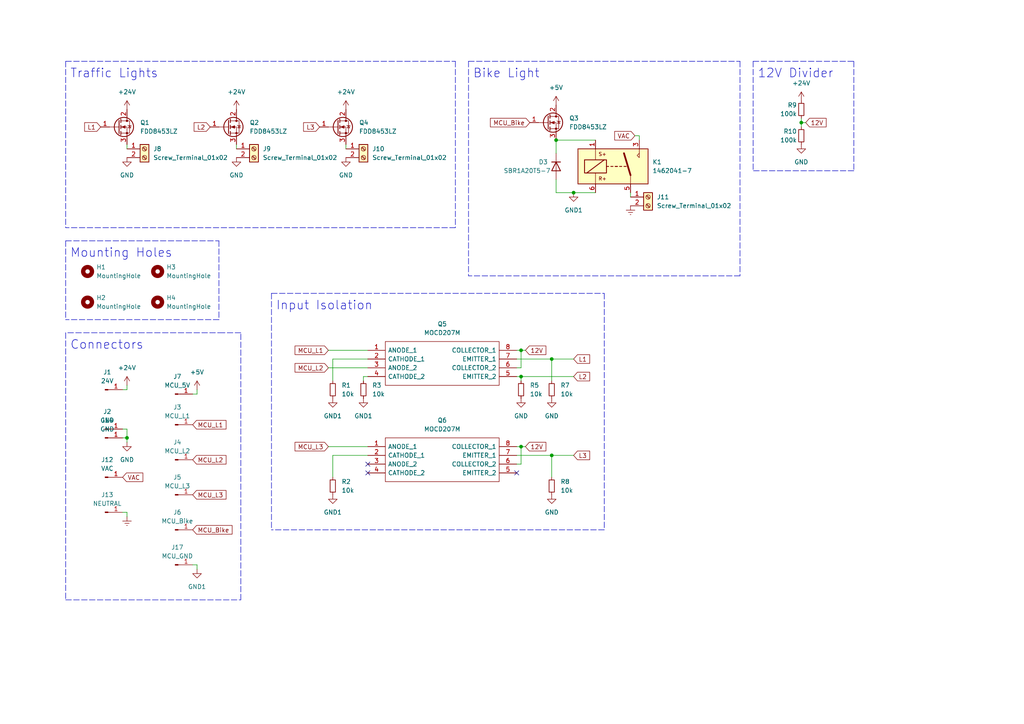
<source format=kicad_sch>
(kicad_sch (version 20211123) (generator eeschema)
  (paper "A4")
  (lib_symbols
    (symbol "Connector:Conn_01x01_Male" (pin_names (offset 1.016) hide)
      (property "Reference" "J" (at 0 2.54 0))
      (property "Value" "Conn_01x01_Male" (at 0 -2.54 0))
      (symbol "Conn_01x01_Male_1_1"
        (polyline (pts (xy 1.27 0) (xy 0.8636 0)) (stroke (width 0.1524)))
        (rectangle (start 0.8636 0.127) (end 0 -0.127) (stroke (width 0.1524)) (fill (type outline)))
        (pin passive line (at 5.08 0 180) (length 3.81) (name "Pin_1") (number "1"))
      )
    )
    (symbol "Connector:Screw_Terminal_01x02" (pin_names (offset 1.016) hide)
      (property "Reference" "J" (at 0 2.54 0))
      (property "Value" "Screw_Terminal_01x02" (at 0 -5.08 0))
      (symbol "Screw_Terminal_01x02_1_1"
        (rectangle (start -1.27 1.27) (end 1.27 -3.81) (stroke (width 0.254)) (fill (type background)))
        (circle (center 0 -2.54) (radius 0.635) (stroke (width 0.1524)))
        (polyline (pts (xy -0.5334 -2.2098) (xy 0.3302 -3.048)) (stroke (width 0.1524)))
        (polyline (pts (xy -0.5334 0.3302) (xy 0.3302 -0.508)) (stroke (width 0.1524)))
        (polyline (pts (xy -0.3556 -2.032) (xy 0.508 -2.8702)) (stroke (width 0.1524)))
        (polyline (pts (xy -0.3556 0.508) (xy 0.508 -0.3302)) (stroke (width 0.1524)))
        (circle (center 0 0) (radius 0.635) (stroke (width 0.1524)))
        (pin passive line (at -5.08 0 0) (length 3.81) (name "Pin_1") (number "1"))
        (pin passive line (at -5.08 -2.54 0) (length 3.81) (name "Pin_2") (number "2"))
      )
    )
    (symbol "Device:D" (pin_numbers hide) (pin_names (offset 1.016) hide)
      (property "Reference" "D" (at 0 2.54 0))
      (property "Value" "D" (at 0 -2.54 0))
      (symbol "D_0_1"
        (polyline (pts (xy -1.27 1.27) (xy -1.27 -1.27)) (stroke (width 0.254)))
        (polyline (pts (xy 1.27 0) (xy -1.27 0)))
        (polyline (pts (xy 1.27 1.27) (xy 1.27 -1.27) (xy -1.27 0) (xy 1.27 1.27)) (stroke (width 0.254)))
      )
      (symbol "D_1_1"
        (pin passive line (at -3.81 0 0) (length 2.54) (name "K") (number "1"))
        (pin passive line (at 3.81 0 180) (length 2.54) (name "A") (number "2"))
      )
    )
    (symbol "Device:R_Small" (pin_numbers hide) (pin_names (offset 0.254) hide)
      (property "Reference" "R" (at 0.762 0.508 0))
      (property "Value" "R_Small" (at 0.762 -1.016 0))
      (symbol "R_Small_0_1"
        (rectangle (start -0.762 1.778) (end 0.762 -1.778) (stroke (width 0.2032)))
      )
      (symbol "R_Small_1_1"
        (pin passive line (at 0 2.54 270) (length 0.762) (name "~") (number "1"))
        (pin passive line (at 0 -2.54 90) (length 0.762) (name "~") (number "2"))
      )
    )
    (symbol "Mechanical:MountingHole" (pin_names (offset 1.016))
      (property "Reference" "H" (at 0 5.08 0))
      (property "Value" "MountingHole" (at 0 3.175 0))
      (symbol "MountingHole_0_1"
        (circle (center 0 0) (radius 1.27) (stroke (width 1.27)))
      )
    )
    (symbol "Relay:ADW11"
      (property "Reference" "K" (at 11.43 3.81 0))
      (property "Value" "ADW11" (at 13.97 1.27 0))
      (symbol "ADW11_1_1"
        (rectangle (start -10.16 5.08) (end 10.16 -5.08) (stroke (width 0.254)) (fill (type background)))
        (rectangle (start -8.255 1.905) (end -1.905 -1.905) (stroke (width 0.254)))
        (polyline (pts (xy -7.62 -1.905) (xy -2.54 1.905)) (stroke (width 0.254)))
        (polyline (pts (xy -5.08 -5.08) (xy -5.08 -1.905)))
        (polyline (pts (xy -5.08 5.08) (xy -5.08 1.905)))
        (polyline (pts (xy -1.905 0) (xy -1.27 0)) (stroke (width 0.254)))
        (polyline (pts (xy -0.635 0) (xy 0 0)) (stroke (width 0.254)))
        (polyline (pts (xy 0.635 0) (xy 1.27 0)) (stroke (width 0.254)))
        (polyline (pts (xy 0.635 0) (xy 1.27 0)) (stroke (width 0.254)))
        (polyline (pts (xy 1.905 0) (xy 2.54 0)) (stroke (width 0.254)))
        (polyline (pts (xy 3.175 0) (xy 3.81 0)) (stroke (width 0.254)))
        (polyline (pts (xy 5.08 -2.54) (xy 3.175 3.81)) (stroke (width 0.508)))
        (polyline (pts (xy 5.08 -2.54) (xy 5.08 -5.08)))
        (polyline (pts (xy 7.62 3.81) (xy 7.62 5.08)))
        (polyline (pts (xy 7.62 3.81) (xy 7.62 2.54) (xy 6.985 3.175) (xy 7.62 3.81)))
        (text "R+" (at -3.048 -3.556 0) (effects (font (size 1.016 1.016))))
        (text "S+" (at -3.048 3.556 0) (effects (font (size 1.016 1.016))))
        (pin passive line (at -5.08 7.62 270) (length 2.54) (name "~") (number "1"))
        (pin passive line (at 7.62 7.62 270) (length 2.54) (name "~") (number "3"))
        (pin passive line (at 5.08 -7.62 90) (length 2.54) (name "~") (number "5"))
        (pin passive line (at -5.08 -7.62 90) (length 2.54) (name "~") (number "6"))
      )
    )
    (symbol "Transistor_FET:BSP89" (pin_names hide)
      (property "Reference" "Q" (at 5.08 1.905 0))
      (property "Value" "BSP89" (at 5.08 0 0))
      (symbol "BSP89_0_1"
        (polyline (pts (xy 0.254 0) (xy -2.54 0)))
        (polyline (pts (xy 0.254 1.905) (xy 0.254 -1.905)) (stroke (width 0.254)))
        (polyline (pts (xy 0.762 -1.27) (xy 0.762 -2.286)) (stroke (width 0.254)))
        (polyline (pts (xy 0.762 0.508) (xy 0.762 -0.508)) (stroke (width 0.254)))
        (polyline (pts (xy 0.762 2.286) (xy 0.762 1.27)) (stroke (width 0.254)))
        (polyline (pts (xy 2.54 2.54) (xy 2.54 1.778)))
        (polyline (pts (xy 2.54 -2.54) (xy 2.54 0) (xy 0.762 0)))
        (polyline (pts (xy 0.762 -1.778) (xy 3.302 -1.778) (xy 3.302 1.778) (xy 0.762 1.778)))
        (polyline (pts (xy 1.016 0) (xy 2.032 0.381) (xy 2.032 -0.381) (xy 1.016 0)) (fill (type outline)))
        (polyline (pts (xy 2.794 0.508) (xy 2.921 0.381) (xy 3.683 0.381) (xy 3.81 0.254)))
        (polyline (pts (xy 3.302 0.381) (xy 2.921 -0.254) (xy 3.683 -0.254) (xy 3.302 0.381)))
        (circle (center 1.651 0) (radius 2.794) (stroke (width 0.254)))
        (circle (center 2.54 -1.778) (radius 0.254) (fill (type outline)))
        (circle (center 2.54 1.778) (radius 0.254) (fill (type outline)))
      )
      (symbol "BSP89_1_1"
        (pin input line (at -5.08 0 0) (length 2.54) (name "G") (number "1"))
        (pin passive line (at 2.54 5.08 270) (length 2.54) (name "D") (number "2"))
        (pin passive line (at 2.54 -5.08 90) (length 2.54) (name "S") (number "3"))
      )
    )
    (symbol "_mine:MOCD207M" (pin_names (offset 0.762))
      (property "Reference" "Q" (at 39.37 7.62 0))
      (property "Value" "MOCD207M" (at 39.37 5.08 0))
      (symbol "MOCD207M_0_0"
        (pin passive line (at 0 0 0) (length 5.08) (name "ANODE_1") (number "1"))
        (pin passive line (at 0 -2.54 0) (length 5.08) (name "CATHODE_1") (number "2"))
        (pin passive line (at 0 -5.08 0) (length 5.08) (name "ANODE_2") (number "3"))
        (pin passive line (at 0 -7.62 0) (length 5.08) (name "CATHODE_2") (number "4"))
        (pin passive line (at 43.18 -7.62 180) (length 5.08) (name "EMITTER_2") (number "5"))
        (pin passive line (at 43.18 -5.08 180) (length 5.08) (name "COLLECTOR_2") (number "6"))
        (pin passive line (at 43.18 -2.54 180) (length 5.08) (name "EMITTER_1") (number "7"))
        (pin passive line (at 43.18 0 180) (length 5.08) (name "COLLECTOR_1") (number "8"))
      )
      (symbol "MOCD207M_0_1"
        (polyline (pts (xy 5.08 2.54) (xy 38.1 2.54) (xy 38.1 -10.16) (xy 5.08 -10.16) (xy 5.08 2.54)) (stroke (width 0.1524)))
      )
    )
    (symbol "power:+24V" (power) (pin_names (offset 0))
      (property "Value" "+24V" (at 0 3.556 0))
      (symbol "+24V_0_1"
        (polyline (pts (xy -0.762 1.27) (xy 0 2.54)))
        (polyline (pts (xy 0 0) (xy 0 2.54)))
        (polyline (pts (xy 0 2.54) (xy 0.762 1.27)))
      )
      (symbol "+24V_1_1"
        (pin power_in line (at 0 0 90) (length 0) hide (name "+24V") (number "1"))
      )
    )
    (symbol "power:+5V" (power) (pin_names (offset 0))
      (property "Value" "+5V" (at 0 3.556 0))
      (symbol "+5V_0_1"
        (polyline (pts (xy -0.762 1.27) (xy 0 2.54)))
        (polyline (pts (xy 0 0) (xy 0 2.54)))
        (polyline (pts (xy 0 2.54) (xy 0.762 1.27)))
      )
      (symbol "+5V_1_1"
        (pin power_in line (at 0 0 90) (length 0) hide (name "+5V") (number "1"))
      )
    )
    (symbol "power:Earth" (power) (pin_names (offset 0))
      (symbol "Earth_0_1"
        (polyline (pts (xy -0.635 -1.905) (xy 0.635 -1.905)))
        (polyline (pts (xy -0.127 -2.54) (xy 0.127 -2.54)))
        (polyline (pts (xy 0 -1.27) (xy 0 0)))
        (polyline (pts (xy 1.27 -1.27) (xy -1.27 -1.27)))
      )
      (symbol "Earth_1_1"
        (pin power_in line (at 0 0 270) (length 0) hide (name "Earth") (number "1"))
      )
    )
    (symbol "power:GND" (power) (pin_names (offset 0))
      (property "Value" "GND" (at 0 -3.81 0))
      (symbol "GND_0_1"
        (polyline (pts (xy 0 0) (xy 0 -1.27) (xy 1.27 -1.27) (xy 0 -2.54) (xy -1.27 -1.27) (xy 0 -1.27)))
      )
      (symbol "GND_1_1"
        (pin power_in line (at 0 0 270) (length 0) hide (name "GND") (number "1"))
      )
    )
    (symbol "power:GND1" (power) (pin_names (offset 0))
      (property "Value" "GND1" (at 0 -3.81 0))
      (symbol "GND1_0_1"
        (polyline (pts (xy 0 0) (xy 0 -1.27) (xy 1.27 -1.27) (xy 0 -2.54) (xy -1.27 -1.27) (xy 0 -1.27)))
      )
      (symbol "GND1_1_1"
        (pin power_in line (at 0 0 270) (length 0) hide (name "GND1") (number "1"))
      )
    )
  )
  (junction (at 160.02 104.14))
  (junction (at 160.02 132.08))
  (junction (at 151.13 129.54))
  (junction (at 151.13 101.6))
  (junction (at 166.37 55.88))
  (junction (at 161.29 40.64))
  (junction (at 36.83 127))
  (junction (at 232.41 35.56))
  (junction (at 151.13 109.22))
  (no_connect (at 106.68 137.16))
  (no_connect (at 149.86 137.16))
  (no_connect (at 106.68 134.62))
  (wire (pts (xy 182.88 55.88) (xy 182.88 57.15)))
  (wire (pts (xy 36.83 127) (xy 36.83 128.27)))
  (wire (pts (xy 151.13 101.6) (xy 149.86 101.6)))
  (polyline (pts (xy 247.65 49.53) (xy 218.44 49.53)))
  (polyline (pts (xy 132.08 66.04) (xy 19.05 66.04)))
  (wire (pts (xy 95.25 129.54) (xy 106.68 129.54)))
  (wire (pts (xy 106.68 109.22) (xy 105.41 109.22)))
  (wire (pts (xy 35.56 127) (xy 36.83 127)))
  (wire (pts (xy 151.13 109.22) (xy 151.13 110.49)))
  (wire (pts (xy 149.86 109.22) (xy 151.13 109.22)))
  (polyline (pts (xy 19.05 17.78) (xy 19.05 66.04)))
  (polyline (pts (xy 78.74 85.09) (xy 175.26 85.09)))
  (wire (pts (xy 151.13 101.6) (xy 151.13 106.68)))
  (wire (pts (xy 149.86 132.08) (xy 160.02 132.08)))
  (polyline (pts (xy 19.05 173.99) (xy 69.85 173.99)))
  (wire (pts (xy 160.02 132.08) (xy 160.02 138.43)))
  (wire (pts (xy 57.15 113.03) (xy 57.15 114.3)))
  (wire (pts (xy 35.56 148.59) (xy 36.83 148.59)))
  (wire (pts (xy 96.52 132.08) (xy 96.52 138.43)))
  (wire (pts (xy 35.56 113.03) (xy 36.83 113.03)))
  (polyline (pts (xy 63.5 69.85) (xy 63.5 92.71)))
  (polyline (pts (xy 69.85 173.99) (xy 69.85 96.52)))
  (wire (pts (xy 184.15 39.37) (xy 185.42 39.37)))
  (wire (pts (xy 152.4 129.54) (xy 151.13 129.54)))
  (polyline (pts (xy 218.44 17.78) (xy 218.44 49.53)))
  (wire (pts (xy 95.25 101.6) (xy 106.68 101.6)))
  (wire (pts (xy 232.41 35.56) (xy 232.41 36.83)))
  (polyline (pts (xy 19.05 69.85) (xy 19.05 92.71)))
  (wire (pts (xy 106.68 132.08) (xy 96.52 132.08)))
  (wire (pts (xy 36.83 124.46) (xy 36.83 127)))
  (wire (pts (xy 55.88 163.83) (xy 57.15 163.83)))
  (polyline (pts (xy 214.63 17.78) (xy 214.63 80.01)))
  (wire (pts (xy 152.4 101.6) (xy 151.13 101.6)))
  (wire (pts (xy 149.86 134.62) (xy 151.13 134.62)))
  (polyline (pts (xy 132.08 17.78) (xy 132.08 66.04)))
  (wire (pts (xy 161.29 52.07) (xy 161.29 55.88)))
  (wire (pts (xy 160.02 132.08) (xy 166.37 132.08)))
  (wire (pts (xy 100.33 41.91) (xy 100.33 43.18)))
  (polyline (pts (xy 64.77 96.52) (xy 19.05 96.52)))
  (wire (pts (xy 36.83 148.59) (xy 36.83 149.86)))
  (polyline (pts (xy 247.65 17.78) (xy 247.65 49.53)))
  (wire (pts (xy 161.29 55.88) (xy 166.37 55.88)))
  (wire (pts (xy 106.68 104.14) (xy 96.52 104.14)))
  (wire (pts (xy 149.86 106.68) (xy 151.13 106.68)))
  (wire (pts (xy 160.02 104.14) (xy 166.37 104.14)))
  (polyline (pts (xy 175.26 153.67) (xy 78.74 153.67)))
  (polyline (pts (xy 175.26 85.09) (xy 175.26 153.67)))
  (polyline (pts (xy 19.05 17.78) (xy 132.08 17.78)))
  (wire (pts (xy 36.83 41.91) (xy 36.83 43.18)))
  (wire (pts (xy 68.58 41.91) (xy 68.58 43.18)))
  (polyline (pts (xy 19.05 96.52) (xy 19.05 173.99)))
  (wire (pts (xy 57.15 114.3) (xy 55.88 114.3)))
  (wire (pts (xy 151.13 129.54) (xy 151.13 134.62)))
  (polyline (pts (xy 78.74 85.09) (xy 78.74 153.67)))
  (wire (pts (xy 149.86 104.14) (xy 160.02 104.14)))
  (polyline (pts (xy 218.44 17.78) (xy 247.65 17.78)))
  (wire (pts (xy 160.02 104.14) (xy 160.02 110.49)))
  (wire (pts (xy 161.29 40.64) (xy 172.72 40.64)))
  (wire (pts (xy 105.41 109.22) (xy 105.41 110.49)))
  (polyline (pts (xy 69.85 96.52) (xy 64.77 96.52)))
  (wire (pts (xy 185.42 39.37) (xy 185.42 40.64)))
  (polyline (pts (xy 19.05 69.85) (xy 63.5 69.85)))
  (polyline (pts (xy 63.5 92.71) (xy 19.05 92.71)))
  (wire (pts (xy 96.52 104.14) (xy 96.52 110.49)))
  (wire (pts (xy 95.25 106.68) (xy 106.68 106.68)))
  (polyline (pts (xy 214.63 80.01) (xy 135.89 80.01)))
  (wire (pts (xy 57.15 163.83) (xy 57.15 165.1)))
  (wire (pts (xy 232.41 34.29) (xy 232.41 35.56)))
  (polyline (pts (xy 135.89 17.78) (xy 135.89 80.01)))
  (wire (pts (xy 166.37 55.88) (xy 172.72 55.88)))
  (wire (pts (xy 35.56 124.46) (xy 36.83 124.46)))
  (wire (pts (xy 151.13 109.22) (xy 166.37 109.22)))
  (wire (pts (xy 161.29 40.64) (xy 161.29 44.45)))
  (polyline (pts (xy 135.89 17.78) (xy 214.63 17.78)))
  (wire (pts (xy 36.83 113.03) (xy 36.83 111.76)))
  (wire (pts (xy 232.41 35.56) (xy 233.68 35.56)))
  (wire (pts (xy 151.13 129.54) (xy 149.86 129.54)))
  (text "Input Isolation" (at 80.01 90.17 0) (effects (font (size 2.54 2.54)) (justify left bottom)))
  (text "Mounting Holes" (at 20.32 74.93 0) (effects (font (size 2.54 2.54)) (justify left bottom)))
  (text "Connectors" (at 20.32 101.6 0) (effects (font (size 2.54 2.54)) (justify left bottom)))
  (text "Bike Light" (at 137.16 22.86 0) (effects (font (size 2.54 2.54)) (justify left bottom)))
  (text "12V Divider" (at 219.71 22.86 0) (effects (font (size 2.54 2.54)) (justify left bottom)))
  (text "Traffic Lights" (at 20.32 22.86 0) (effects (font (size 2.54 2.54)) (justify left bottom)))
  (global_label "VAC" (shape input) (at 184.15 39.37 180) (property "Intersheet References" "${INTERSHEET_REFS}" (effects hide)))
  (global_label "MCU_L1" (shape input) (at 95.25 101.6 180) (property "Intersheet References" "${INTERSHEET_REFS}" (effects hide)))
  (global_label "MCU_L3" (shape input) (at 95.25 129.54 180) (property "Intersheet References" "${INTERSHEET_REFS}" (effects hide)))
  (global_label "L1" (shape input) (at 29.21 36.83 180) (property "Intersheet References" "${INTERSHEET_REFS}" (effects hide)))
  (global_label "MCU_Bike" (shape input) (at 153.67 35.56 180) (property "Intersheet References" "${INTERSHEET_REFS}" (effects hide)))
  (global_label "MCU_Bike" (shape input) (at 55.88 153.67 0) (property "Intersheet References" "${INTERSHEET_REFS}" (effects hide)))
  (global_label "L2" (shape input) (at 166.37 109.22 0) (property "Intersheet References" "${INTERSHEET_REFS}" (effects hide)))
  (global_label "12V" (shape input) (at 152.4 101.6 0) (property "Intersheet References" "${INTERSHEET_REFS}" (effects hide)))
  (global_label "12V" (shape input) (at 233.68 35.56 0) (property "Intersheet References" "${INTERSHEET_REFS}" (effects hide)))
  (global_label "L3" (shape input) (at 92.71 36.83 180) (property "Intersheet References" "${INTERSHEET_REFS}" (effects hide)))
  (global_label "MCU_L3" (shape input) (at 55.88 143.51 0) (property "Intersheet References" "${INTERSHEET_REFS}" (effects hide)))
  (global_label "MCU_L1" (shape input) (at 55.88 123.19 0) (property "Intersheet References" "${INTERSHEET_REFS}" (effects hide)))
  (global_label "L2" (shape input) (at 60.96 36.83 180) (property "Intersheet References" "${INTERSHEET_REFS}" (effects hide)))
  (global_label "MCU_L2" (shape input) (at 55.88 133.35 0) (property "Intersheet References" "${INTERSHEET_REFS}" (effects hide)))
  (global_label "L3" (shape input) (at 166.37 132.08 0) (property "Intersheet References" "${INTERSHEET_REFS}" (effects hide)))
  (global_label "MCU_L2" (shape input) (at 95.25 106.68 180) (property "Intersheet References" "${INTERSHEET_REFS}" (effects hide)))
  (global_label "L1" (shape input) (at 166.37 104.14 0) (property "Intersheet References" "${INTERSHEET_REFS}" (effects hide)))
  (global_label "VAC" (shape input) (at 35.56 138.43 0) (property "Intersheet References" "${INTERSHEET_REFS}" (effects hide)))
  (global_label "12V" (shape input) (at 152.4 129.54 0) (property "Intersheet References" "${INTERSHEET_REFS}" (effects hide)))
  (symbol (lib_id "power:+24V") (at 100.33 31.75 0) (unit 1)
    (property "Reference" "#PWR07" (effects hide))
    (property "Value" "+24V" (at 100.33 26.67 0))
  )
  (symbol (lib_id "Mechanical:MountingHole") (at 25.4 78.74 0) (unit 1)
    (property "Reference" "H1" (at 27.94 77.4699 0) (effects (justify left)))
    (property "Value" "MountingHole" (at 27.94 80.0099 0) (effects (justify left)))
    (property "Footprint" "MountingHole:MountingHole_3.5mm" (effects hide))
  )
  (symbol (lib_id "power:+24V") (at 68.58 31.75 0) (unit 1)
    (property "Reference" "#PWR03" (effects hide))
    (property "Value" "+24V" (at 68.58 26.67 0))
  )
  (symbol (lib_id "power:GND1") (at 96.52 115.57 0) (unit 1)
    (property "Reference" "#PWR0102" (effects hide))
    (property "Value" "GND1" (at 96.52 120.65 0))
  )
  (symbol (lib_id "power:+5V") (at 161.29 30.48 0) (unit 1)
    (property "Reference" "#PWR05" (effects hide))
    (property "Value" "+5V" (at 161.29 25.4 0))
  )
  (symbol (lib_id "power:GND1") (at 57.15 165.1 0) (unit 1)
    (property "Reference" "#PWR010" (effects hide))
    (property "Value" "GND1" (at 57.15 170.18 0))
  )
  (symbol (lib_id "Transistor_FET:BSP89") (at 66.04 36.83 0) (unit 1)
    (property "Reference" "Q2" (at 72.39 35.5599 0) (effects (justify left)))
    (property "Value" "FDD8453LZ" (at 72.39 38.0999 0) (effects (justify left)))
    (property "Footprint" "Package_TO_SOT_SMD:TO-252-2" (effects hide))
    (property "Datasheet" "https://www.infineon.com/dgdl/Infineon-BSP89-DS-v02_02-en.pdf?fileId=db3a30433b47825b013b4b8a07f90d55" (effects hide))
  )
  (symbol (lib_id "Connector:Conn_01x01_Male") (at 50.8 153.67 0) (unit 1)
    (property "Reference" "J6" (at 51.435 148.59 0))
    (property "Value" "MCU_Bike" (at 51.435 151.13 0))
    (property "Footprint" "Connector_PinHeader_2.54mm:PinHeader_1x01_P2.54mm_Vertical" (effects hide))
  )
  (symbol (lib_id "power:GND1") (at 96.52 143.51 0) (unit 1)
    (property "Reference" "#PWR0101" (effects hide))
    (property "Value" "GND1" (at 96.52 148.59 0))
  )
  (symbol (lib_id "power:GND") (at 36.83 45.72 0) (unit 1)
    (property "Reference" "#PWR02" (effects hide))
    (property "Value" "GND" (at 36.83 50.8 0))
  )
  (symbol (lib_id "power:Earth") (at 182.88 59.69 0) (unit 1)
    (property "Reference" "#PWR018" (effects hide))
    (property "Value" "Earth" (effects hide))
  )
  (symbol (lib_id "Connector:Conn_01x01_Male") (at 30.48 138.43 0) (unit 1)
    (property "Reference" "J12" (at 31.115 133.35 0))
    (property "Value" "VAC" (at 31.115 135.89 0))
    (property "Footprint" "Connector_PinHeader_2.54mm:PinHeader_1x01_P2.54mm_Vertical" (effects hide))
  )
  (symbol (lib_id "power:GND1") (at 166.37 55.88 0) (unit 1)
    (property "Reference" "#PWR06" (effects hide))
    (property "Value" "GND1" (at 166.37 60.96 0))
  )
  (symbol (lib_id "power:GND") (at 100.33 45.72 0) (unit 1)
    (property "Reference" "#PWR08" (effects hide))
    (property "Value" "GND" (at 100.33 50.8 0))
  )
  (symbol (lib_id "Transistor_FET:BSP89") (at 158.75 35.56 0) (unit 1)
    (property "Reference" "Q3" (at 165.1 34.2899 0) (effects (justify left)))
    (property "Value" "FDD8453LZ" (at 165.1 36.8299 0) (effects (justify left)))
    (property "Footprint" "Package_TO_SOT_SMD:TO-252-2" (effects hide))
    (property "Datasheet" "https://www.infineon.com/dgdl/Infineon-BSP89-DS-v02_02-en.pdf?fileId=db3a30433b47825b013b4b8a07f90d55" (effects hide))
  )
  (symbol (lib_id "Connector:Conn_01x01_Male") (at 30.48 124.46 0) (unit 1)
    (property "Reference" "J2" (at 31.115 119.38 0))
    (property "Value" "GND" (at 31.115 121.92 0))
    (property "Footprint" "Connector_PinHeader_2.54mm:PinHeader_1x01_P2.54mm_Vertical" (effects hide))
  )
  (symbol (lib_id "Device:R_Small") (at 160.02 113.03 0) (unit 1)
    (property "Reference" "R7" (at 162.56 111.7599 0) (effects (justify left)))
    (property "Value" "10k" (at 162.56 114.2999 0) (effects (justify left)))
    (property "Footprint" "Resistor_SMD:R_0805_2012Metric" (effects hide))
  )
  (symbol (lib_id "Connector:Conn_01x01_Male") (at 50.8 163.83 0) (unit 1)
    (property "Reference" "J17" (at 51.435 158.75 0))
    (property "Value" "MCU_GND" (at 51.435 161.29 0))
    (property "Footprint" "Connector_PinHeader_2.54mm:PinHeader_1x01_P2.54mm_Vertical" (effects hide))
  )
  (symbol (lib_id "Device:R_Small") (at 160.02 140.97 0) (unit 1)
    (property "Reference" "R8" (at 162.56 139.6999 0) (effects (justify left)))
    (property "Value" "10k" (at 162.56 142.2399 0) (effects (justify left)))
    (property "Footprint" "Resistor_SMD:R_0805_2012Metric" (effects hide))
  )
  (symbol (lib_id "Connector:Conn_01x01_Male") (at 30.48 113.03 0) (unit 1)
    (property "Reference" "J1" (at 31.115 107.95 0))
    (property "Value" "24V" (at 31.115 110.49 0))
    (property "Footprint" "Connector_PinHeader_2.54mm:PinHeader_1x01_P2.54mm_Vertical" (effects hide))
  )
  (symbol (lib_id "power:GND") (at 36.83 128.27 0) (unit 1)
    (property "Reference" "#PWR013" (effects hide))
    (property "Value" "GND" (at 36.83 133.35 0))
  )
  (symbol (lib_id "Connector:Conn_01x01_Male") (at 30.48 148.59 0) (unit 1)
    (property "Reference" "J13" (at 31.115 143.51 0))
    (property "Value" "NEUTRAL" (at 31.115 146.05 0))
    (property "Footprint" "Connector_PinHeader_2.54mm:PinHeader_1x01_P2.54mm_Vertical" (effects hide))
  )
  (symbol (lib_id "power:+24V") (at 36.83 111.76 0) (unit 1)
    (property "Reference" "#PWR011" (effects hide))
    (property "Value" "+24V" (at 36.83 106.68 0))
  )
  (symbol (lib_id "Device:R_Small") (at 105.41 113.03 0) (unit 1)
    (property "Reference" "R3" (at 107.95 111.7599 0) (effects (justify left)))
    (property "Value" "10k" (at 107.95 114.2999 0) (effects (justify left)))
    (property "Footprint" "Resistor_SMD:R_0805_2012Metric" (effects hide))
  )
  (symbol (lib_id "Transistor_FET:BSP89") (at 97.79 36.83 0) (unit 1)
    (property "Reference" "Q4" (at 104.14 35.5599 0) (effects (justify left)))
    (property "Value" "FDD8453LZ" (at 104.14 38.0999 0) (effects (justify left)))
    (property "Footprint" "Package_TO_SOT_SMD:TO-252-2" (effects hide))
    (property "Datasheet" "https://www.infineon.com/dgdl/Infineon-BSP89-DS-v02_02-en.pdf?fileId=db3a30433b47825b013b4b8a07f90d55" (effects hide))
  )
  (symbol (lib_id "Connector:Conn_01x01_Male") (at 50.8 123.19 0) (unit 1)
    (property "Reference" "J3" (at 51.435 118.11 0))
    (property "Value" "MCU_L1" (at 51.435 120.65 0))
    (property "Footprint" "Connector_PinHeader_2.54mm:PinHeader_1x01_P2.54mm_Vertical" (effects hide))
  )
  (symbol (lib_id "Device:R_Small") (at 96.52 113.03 0) (unit 1)
    (property "Reference" "R1" (at 99.06 111.7599 0) (effects (justify left)))
    (property "Value" "10k" (at 99.06 114.2999 0) (effects (justify left)))
    (property "Footprint" "Resistor_SMD:R_0805_2012Metric" (effects hide))
  )
  (symbol (lib_id "Connector:Screw_Terminal_01x02") (at 187.96 57.15 0) (unit 1)
    (property "Reference" "J11" (at 190.5 57.1499 0) (effects (justify left)))
    (property "Value" "Screw_Terminal_01x02" (at 190.5 59.6899 0) (effects (justify left)))
    (property "Footprint" "TerminalBlock:TerminalBlock_Altech_AK300-2_P5.00mm" (effects hide))
  )
  (symbol (lib_id "power:GND") (at 160.02 143.51 0) (unit 1)
    (property "Reference" "#PWR022" (effects hide))
    (property "Value" "GND" (at 160.02 148.59 0))
  )
  (symbol (lib_id "power:GND") (at 68.58 45.72 0) (unit 1)
    (property "Reference" "#PWR04" (effects hide))
    (property "Value" "GND" (at 68.58 50.8 0))
  )
  (symbol (lib_id "power:+24V") (at 36.83 31.75 0) (unit 1)
    (property "Reference" "#PWR01" (effects hide))
    (property "Value" "+24V" (at 36.83 26.67 0))
  )
  (symbol (lib_id "Device:R_Small") (at 232.41 39.37 0) (mirror y) (unit 1)
    (property "Reference" "R10" (at 231.14 38.1 0) (effects (justify left)))
    (property "Value" "100k" (at 231.14 40.64 0) (effects (justify left)))
    (property "Footprint" "Resistor_SMD:R_1206_3216Metric" (effects hide))
  )
  (symbol (lib_id "Device:D") (at 161.29 48.26 270) (unit 1)
    (property "Reference" "D3" (at 156.21 46.99 90) (effects (justify left)))
    (property "Value" "SBR1A20T5-7" (at 146.05 49.53 90) (effects (justify left)))
    (property "Footprint" "Diode_SMD:D_SOD-523" (effects hide))
  )
  (symbol (lib_id "power:+5V") (at 57.15 113.03 0) (unit 1)
    (property "Reference" "#PWR012" (effects hide))
    (property "Value" "+5V" (at 57.15 107.95 0))
  )
  (symbol (lib_id "power:GND") (at 151.13 115.57 0) (unit 1)
    (property "Reference" "#PWR019" (effects hide))
    (property "Value" "GND" (at 151.13 120.65 0))
  )
  (symbol (lib_id "Transistor_FET:BSP89") (at 34.29 36.83 0) (unit 1)
    (property "Reference" "Q1" (at 40.64 35.5599 0) (effects (justify left)))
    (property "Value" "FDD8453LZ" (at 40.64 38.0999 0) (effects (justify left)))
    (property "Footprint" "Package_TO_SOT_SMD:TO-252-2" (effects hide))
    (property "Datasheet" "https://www.infineon.com/dgdl/Infineon-BSP89-DS-v02_02-en.pdf?fileId=db3a30433b47825b013b4b8a07f90d55" (effects hide))
  )
  (symbol (lib_id "Device:R_Small") (at 232.41 31.75 0) (mirror y) (unit 1)
    (property "Reference" "R9" (at 231.14 30.48 0) (effects (justify left)))
    (property "Value" "100k" (at 231.14 33.02 0) (effects (justify left)))
    (property "Footprint" "Resistor_SMD:R_1206_3216Metric" (effects hide))
  )
  (symbol (lib_id "Mechanical:MountingHole") (at 25.4 87.63 0) (unit 1)
    (property "Reference" "H2" (at 27.94 86.3599 0) (effects (justify left)))
    (property "Value" "MountingHole" (at 27.94 88.8999 0) (effects (justify left)))
    (property "Footprint" "MountingHole:MountingHole_3.5mm" (effects hide))
  )
  (symbol (lib_id "Mechanical:MountingHole") (at 45.72 78.74 0) (unit 1)
    (property "Reference" "H3" (at 48.26 77.4699 0) (effects (justify left)))
    (property "Value" "MountingHole" (at 48.26 80.0099 0) (effects (justify left)))
    (property "Footprint" "MountingHole:MountingHole_3.5mm" (effects hide))
  )
  (symbol (lib_id "power:GND1") (at 105.41 115.57 0) (unit 1)
    (property "Reference" "#PWR0103" (effects hide))
    (property "Value" "GND1" (at 105.41 120.65 0))
  )
  (symbol (lib_id "Device:R_Small") (at 151.13 113.03 0) (unit 1)
    (property "Reference" "R5" (at 153.67 111.7599 0) (effects (justify left)))
    (property "Value" "10k" (at 153.67 114.2999 0) (effects (justify left)))
    (property "Footprint" "Resistor_SMD:R_0805_2012Metric" (effects hide))
  )
  (symbol (lib_id "Connector:Conn_01x01_Male") (at 30.48 127 0) (unit 1)
    (property "Reference" "J14" (at 31.115 121.92 0))
    (property "Value" "GND" (at 31.115 124.46 0))
    (property "Footprint" "Connector_PinHeader_2.54mm:PinHeader_1x01_P2.54mm_Vertical" (effects hide))
  )
  (symbol (lib_id "_mine:MOCD207M") (at 106.68 101.6 0) (unit 1)
    (property "Reference" "Q5" (at 128.27 93.98 0))
    (property "Value" "MOCD207M" (at 128.27 96.52 0))
    (property "Footprint" "Package_SO:SOIC-8_3.9x4.9mm_P1.27mm" (effects hide))
    (property "Datasheet" "https://datasheet.datasheetarchive.com/originals/distributors/Datasheets_SAMA/334070fd37891a2fc21c7635cf39da99.pdf" (effects hide))
    (property "Description" "FAIRCHILD SEMICONDUCTOR - MOCD207M. - OPTOCOUPLER, TRANSISTOR, 2500VRMS" (effects hide))
    (property "Height" "3.63" (effects hide))
    (property "Mouser Part Number" "512-MOCD207M" (effects hide))
    (property "Mouser Price/Stock" "https://www.mouser.co.uk/ProductDetail/ON-Semiconductor-Fairchild/MOCD207M?qs=Z0HAwyWrFkxA8A7IbmLQiA%3D%3D" (effects hide))
    (property "Manufacturer_Name" "ON Semiconductor" (effects hide))
    (property "Manufacturer_Part_Number" "MOCD207M" (effects hide))
  )
  (symbol (lib_id "Connector:Conn_01x01_Male") (at 50.8 114.3 0) (unit 1)
    (property "Reference" "J7" (at 51.435 109.22 0))
    (property "Value" "MCU_5V" (at 51.435 111.76 0))
    (property "Footprint" "Connector_PinHeader_2.54mm:PinHeader_1x01_P2.54mm_Vertical" (effects hide))
  )
  (symbol (lib_id "Relay:ADW11") (at 177.8 48.26 0) (unit 1)
    (property "Reference" "K1" (at 189.23 46.9899 0) (effects (justify left)))
    (property "Value" "1462041-7" (at 189.23 49.5299 0) (effects (justify left)))
    (property "Footprint" "_mine:1462041-7" (effects hide))
    (property "Datasheet" "https://www.panasonic-electric-works.com/pew/es/downloads/ds_dw_hl_en.pdf" (effects hide))
  )
  (symbol (lib_id "power:Earth") (at 36.83 149.86 0) (unit 1)
    (property "Reference" "#PWR09" (effects hide))
    (property "Value" "Earth" (effects hide))
  )
  (symbol (lib_id "Connector:Screw_Terminal_01x02") (at 105.41 43.18 0) (unit 1)
    (property "Reference" "J10" (at 107.95 43.1799 0) (effects (justify left)))
    (property "Value" "Screw_Terminal_01x02" (at 107.95 45.7199 0) (effects (justify left)))
    (property "Footprint" "TerminalBlock:TerminalBlock_Altech_AK300-2_P5.00mm" (effects hide))
  )
  (symbol (lib_id "Device:R_Small") (at 96.52 140.97 0) (unit 1)
    (property "Reference" "R2" (at 99.06 139.6999 0) (effects (justify left)))
    (property "Value" "10k" (at 99.06 142.2399 0) (effects (justify left)))
    (property "Footprint" "Resistor_SMD:R_0805_2012Metric" (effects hide))
  )
  (symbol (lib_id "Connector:Conn_01x01_Male") (at 50.8 133.35 0) (unit 1)
    (property "Reference" "J4" (at 51.435 128.27 0))
    (property "Value" "MCU_L2" (at 51.435 130.81 0))
    (property "Footprint" "Connector_PinHeader_2.54mm:PinHeader_1x01_P2.54mm_Vertical" (effects hide))
  )
  (symbol (lib_id "_mine:MOCD207M") (at 106.68 129.54 0) (unit 1)
    (property "Reference" "Q6" (at 128.27 121.92 0))
    (property "Value" "MOCD207M" (at 128.27 124.46 0))
    (property "Footprint" "Package_SO:SOIC-8_3.9x4.9mm_P1.27mm" (effects hide))
    (property "Datasheet" "https://datasheet.datasheetarchive.com/originals/distributors/Datasheets_SAMA/334070fd37891a2fc21c7635cf39da99.pdf" (effects hide))
    (property "Description" "FAIRCHILD SEMICONDUCTOR - MOCD207M. - OPTOCOUPLER, TRANSISTOR, 2500VRMS" (effects hide))
    (property "Height" "3.63" (effects hide))
    (property "Mouser Part Number" "512-MOCD207M" (effects hide))
    (property "Mouser Price/Stock" "https://www.mouser.co.uk/ProductDetail/ON-Semiconductor-Fairchild/MOCD207M?qs=Z0HAwyWrFkxA8A7IbmLQiA%3D%3D" (effects hide))
    (property "Manufacturer_Name" "ON Semiconductor" (effects hide))
    (property "Manufacturer_Part_Number" "MOCD207M" (effects hide))
  )
  (symbol (lib_id "power:+24V") (at 232.41 29.21 0) (unit 1)
    (property "Reference" "#PWR023" (effects hide))
    (property "Value" "+24V" (at 232.41 24.13 0))
  )
  (symbol (lib_id "Connector:Screw_Terminal_01x02") (at 73.66 43.18 0) (unit 1)
    (property "Reference" "J9" (at 76.2 43.1799 0) (effects (justify left)))
    (property "Value" "Screw_Terminal_01x02" (at 76.2 45.7199 0) (effects (justify left)))
    (property "Footprint" "TerminalBlock:TerminalBlock_Altech_AK300-2_P5.00mm" (effects hide))
  )
  (symbol (lib_id "power:GND") (at 160.02 115.57 0) (unit 1)
    (property "Reference" "#PWR021" (effects hide))
    (property "Value" "GND" (at 160.02 120.65 0))
  )
  (symbol (lib_id "Mechanical:MountingHole") (at 45.72 87.63 0) (unit 1)
    (property "Reference" "H4" (at 48.26 86.3599 0) (effects (justify left)))
    (property "Value" "MountingHole" (at 48.26 88.8999 0) (effects (justify left)))
    (property "Footprint" "MountingHole:MountingHole_3.5mm" (effects hide))
  )
  (symbol (lib_id "power:GND") (at 232.41 41.91 0) (unit 1)
    (property "Reference" "#PWR024" (effects hide))
    (property "Value" "GND" (at 232.41 46.99 0))
  )
  (symbol (lib_id "Connector:Screw_Terminal_01x02") (at 41.91 43.18 0) (unit 1)
    (property "Reference" "J8" (at 44.45 43.1799 0) (effects (justify left)))
    (property "Value" "Screw_Terminal_01x02" (at 44.45 45.7199 0) (effects (justify left)))
    (property "Footprint" "TerminalBlock:TerminalBlock_Altech_AK300-2_P5.00mm" (effects hide))
  )
  (symbol (lib_id "Connector:Conn_01x01_Male") (at 50.8 143.51 0) (unit 1)
    (property "Reference" "J5" (at 51.435 138.43 0))
    (property "Value" "MCU_L3" (at 51.435 140.97 0))
    (property "Footprint" "Connector_PinHeader_2.54mm:PinHeader_1x01_P2.54mm_Vertical" (effects hide))
  )
)
</source>
